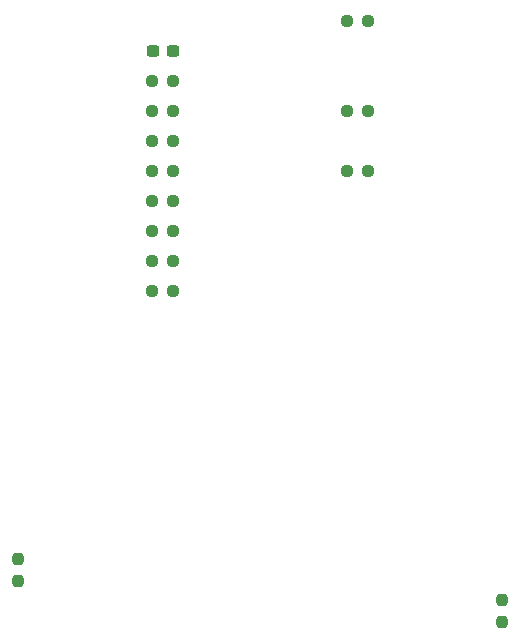
<source format=gbr>
%TF.GenerationSoftware,KiCad,Pcbnew,(6.0.7)*%
%TF.CreationDate,2022-11-12T16:10:30-08:00*%
%TF.ProjectId,Cublic,4375626c-6963-42e6-9b69-6361645f7063,rev?*%
%TF.SameCoordinates,Original*%
%TF.FileFunction,Paste,Bot*%
%TF.FilePolarity,Positive*%
%FSLAX46Y46*%
G04 Gerber Fmt 4.6, Leading zero omitted, Abs format (unit mm)*
G04 Created by KiCad (PCBNEW (6.0.7)) date 2022-11-12 16:10:30*
%MOMM*%
%LPD*%
G01*
G04 APERTURE LIST*
G04 Aperture macros list*
%AMRoundRect*
0 Rectangle with rounded corners*
0 $1 Rounding radius*
0 $2 $3 $4 $5 $6 $7 $8 $9 X,Y pos of 4 corners*
0 Add a 4 corners polygon primitive as box body*
4,1,4,$2,$3,$4,$5,$6,$7,$8,$9,$2,$3,0*
0 Add four circle primitives for the rounded corners*
1,1,$1+$1,$2,$3*
1,1,$1+$1,$4,$5*
1,1,$1+$1,$6,$7*
1,1,$1+$1,$8,$9*
0 Add four rect primitives between the rounded corners*
20,1,$1+$1,$2,$3,$4,$5,0*
20,1,$1+$1,$4,$5,$6,$7,0*
20,1,$1+$1,$6,$7,$8,$9,0*
20,1,$1+$1,$8,$9,$2,$3,0*%
G04 Aperture macros list end*
%ADD10RoundRect,0.237500X0.237500X-0.250000X0.237500X0.250000X-0.237500X0.250000X-0.237500X-0.250000X0*%
%ADD11RoundRect,0.237500X-0.237500X0.250000X-0.237500X-0.250000X0.237500X-0.250000X0.237500X0.250000X0*%
%ADD12RoundRect,0.237500X0.250000X0.237500X-0.250000X0.237500X-0.250000X-0.237500X0.250000X-0.237500X0*%
%ADD13RoundRect,0.237500X-0.300000X-0.237500X0.300000X-0.237500X0.300000X0.237500X-0.300000X0.237500X0*%
%ADD14RoundRect,0.237500X-0.250000X-0.237500X0.250000X-0.237500X0.250000X0.237500X-0.250000X0.237500X0*%
G04 APERTURE END LIST*
D10*
%TO.C,R16*%
X-20500000Y-59412500D03*
X-20500000Y-57587500D03*
%TD*%
D11*
%TO.C,R14*%
X20500000Y-62912500D03*
X20500000Y-61087500D03*
%TD*%
D12*
%TO.C,R7*%
X-7337500Y-34900000D03*
X-9162500Y-34900000D03*
%TD*%
%TO.C,R1*%
X-7337500Y-22200000D03*
X-9162500Y-22200000D03*
%TD*%
%TO.C,R5*%
X-7337500Y-24740000D03*
X-9162500Y-24740000D03*
%TD*%
%TO.C,R2*%
X-7337500Y-27280000D03*
X-9162500Y-27280000D03*
%TD*%
D13*
%TO.C,C3*%
X-9112500Y-14580000D03*
X-7387500Y-14580000D03*
%TD*%
D12*
%TO.C,R4*%
X-7337500Y-19660000D03*
X-9162500Y-19660000D03*
%TD*%
D14*
%TO.C,R8*%
X-9162500Y-17120000D03*
X-7337500Y-17120000D03*
%TD*%
D12*
%TO.C,R6*%
X-7337500Y-29820000D03*
X-9162500Y-29820000D03*
%TD*%
D14*
%TO.C,R12*%
X7337500Y-19660000D03*
X9162500Y-19660000D03*
%TD*%
%TO.C,R13*%
X7337500Y-12040000D03*
X9162500Y-12040000D03*
%TD*%
D12*
%TO.C,R15*%
X9162500Y-24740000D03*
X7337500Y-24740000D03*
%TD*%
%TO.C,R3*%
X-7337500Y-32360000D03*
X-9162500Y-32360000D03*
%TD*%
M02*

</source>
